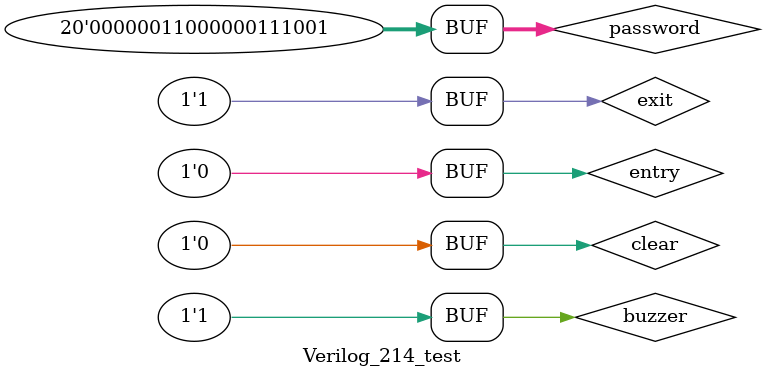
<source format=v>
/*-------------------------------------TEST BENCH------------------------------------------------*/
/*PROJECT:AUTOMATED VEHICLE PARKING ENTRY AND EXIT

//DATAFLOW VERILOG CODE FOR AUTOMATED ENTRY AND EXIT OF VEHICLES 

//CHANDRIKA.T.G-16CO214


//ABSTRACT
		
		•	Unique password will be given to each vehicle owned by the residents which works for both entry and exit.
		•	Keep the count of two wheelers and four wheelers separately at any instant of time.
		•	Separate entry for two and four wheelers.
*/
//FUNCTIONALITY
 //Following is the test bench for 2 wheelers
module Verilog_214_test;
reg buzzer; 						//user can enter the password only if buzzer is pressed
reg [20:1]password;					//password entered by the user			
reg clear;							//to clear the counter to count the number of chances
reg clear_new;						//to clear the counter to count the number of chances after correct password is entered
reg entry;							//=1 if vehicle is entering else =0
reg exit;							//=1 if vehicle is exiting else =0
wire [2:1]count_entry;				//To count the number of times buzzer pressed by each user while entering
wire [2:1]count_exit;				//To count the number of times buzzer pressed by each user while exiting
wire gate_open;						//will be equal to 1 if entered password is accepted else 0
wire gate_closed;					//will be equal to 0 if entered password is accepted else 1 if access is denied
wire [12:1]num_in_park_slot;		//Total number of vehicles in the parking slot at given point of time
wire [2:1]count_next_entry;			//To give count_entry+1
wire [2:1]count_next_exit;			//To give count_exit+1
wire [12:1]num_entry_next;			//To calculate num_in_park_slot+1 while entering
wire [12:1]num_exit_next;			//To calculate num_in_park_slot+1 while exiting
wire [2:1] count_prev_entry;		//To give count_entry-1
wire [2:1] count_prev_exit;			//To give count_exit-1
VerilogBM_214 test(buzzer,entry,exit,password,clear,clear_new,gate_open,gate_closed,count_entry,count_exit,num_in_park_slot,count_next_entry,count_next_exit,num_entry_next,num_exit_next,count_prev_entry,count_prev_exit);
initial
begin
	$dumpfile("VerilogBM_214_4w.vcd");
	$dumpvars;
end

initial begin
	buzzer=1'b0;
	clear=1'b1;
	entry=1'b1;
	exit=1'b0;
	password=0;
	#10
		entry=1'b1;
		exit=0;
		clear=1'b0;
		buzzer=1'b1;
		password=20'd74321;
	#10
		entry=1'b1;
		exit=0;
		clear=1'b0;
		buzzer=1'b1;
		password=20'd12345;
	#10
		entry=1'b1;
		exit=0;
		clear=1'b0;
		buzzer=1'b1;
		password=20'd43456;
	#10
		entry=1'b1;
		exit=0;
		clear=1'b0;
		buzzer=1'b1;
		password=20'd43678;
	#10
		exit=1'b0;
		entry=1;
		clear=1'b0;
		buzzer=1'b1;
		password=20'd46090;
	
	
	#10
		entry=1;
		exit=0;
		buzzer=1'b1;
		clear=1'b0;
		password=20'd50023;
	#10
		exit=0;
		entry=1;
		buzzer=1'b1;
		password=20'd37565;
		clear=1'b0;
	#10
		exit=1;
		entry=0;
		buzzer=1'b1;
		password=20'd74321;
		clear=1'b0;
	#10
		exit=1;
		entry=0;
		buzzer=1'b1;
		password=20'd12345;
		clear=1'b0;
		
end 
initial

$monitor("\nentry=%b\texit=%b\tBuzzer=%b\tPassword=%5d\tgate open=%b\tgate closed=%b\tnumber of vehicles in parking slot=%2d",entry,exit,buzzer,password,gate_open,gate_closed,num_in_park_slot);

endmodule
</source>
